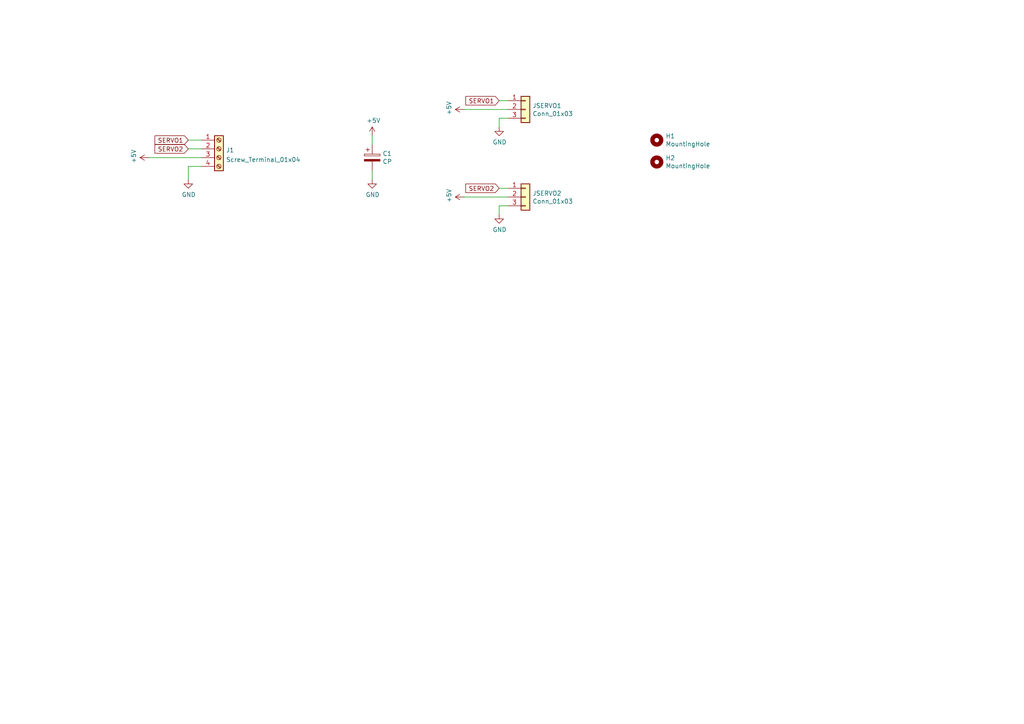
<source format=kicad_sch>
(kicad_sch (version 20211123) (generator eeschema)

  (uuid 9a9f2d82-f64d-4264-8bec-c182528fc4de)

  (paper "A4")

  (lib_symbols
    (symbol "Connector:Screw_Terminal_01x04" (pin_names (offset 1.016) hide) (in_bom yes) (on_board yes)
      (property "Reference" "J" (id 0) (at 0 5.08 0)
        (effects (font (size 1.27 1.27)))
      )
      (property "Value" "Screw_Terminal_01x04" (id 1) (at 0 -7.62 0)
        (effects (font (size 1.27 1.27)))
      )
      (property "Footprint" "" (id 2) (at 0 0 0)
        (effects (font (size 1.27 1.27)) hide)
      )
      (property "Datasheet" "~" (id 3) (at 0 0 0)
        (effects (font (size 1.27 1.27)) hide)
      )
      (property "ki_keywords" "screw terminal" (id 4) (at 0 0 0)
        (effects (font (size 1.27 1.27)) hide)
      )
      (property "ki_description" "Generic screw terminal, single row, 01x04, script generated (kicad-library-utils/schlib/autogen/connector/)" (id 5) (at 0 0 0)
        (effects (font (size 1.27 1.27)) hide)
      )
      (property "ki_fp_filters" "TerminalBlock*:*" (id 6) (at 0 0 0)
        (effects (font (size 1.27 1.27)) hide)
      )
      (symbol "Screw_Terminal_01x04_1_1"
        (rectangle (start -1.27 3.81) (end 1.27 -6.35)
          (stroke (width 0.254) (type default) (color 0 0 0 0))
          (fill (type background))
        )
        (circle (center 0 -5.08) (radius 0.635)
          (stroke (width 0.1524) (type default) (color 0 0 0 0))
          (fill (type none))
        )
        (circle (center 0 -2.54) (radius 0.635)
          (stroke (width 0.1524) (type default) (color 0 0 0 0))
          (fill (type none))
        )
        (polyline
          (pts
            (xy -0.5334 -4.7498)
            (xy 0.3302 -5.588)
          )
          (stroke (width 0.1524) (type default) (color 0 0 0 0))
          (fill (type none))
        )
        (polyline
          (pts
            (xy -0.5334 -2.2098)
            (xy 0.3302 -3.048)
          )
          (stroke (width 0.1524) (type default) (color 0 0 0 0))
          (fill (type none))
        )
        (polyline
          (pts
            (xy -0.5334 0.3302)
            (xy 0.3302 -0.508)
          )
          (stroke (width 0.1524) (type default) (color 0 0 0 0))
          (fill (type none))
        )
        (polyline
          (pts
            (xy -0.5334 2.8702)
            (xy 0.3302 2.032)
          )
          (stroke (width 0.1524) (type default) (color 0 0 0 0))
          (fill (type none))
        )
        (polyline
          (pts
            (xy -0.3556 -4.572)
            (xy 0.508 -5.4102)
          )
          (stroke (width 0.1524) (type default) (color 0 0 0 0))
          (fill (type none))
        )
        (polyline
          (pts
            (xy -0.3556 -2.032)
            (xy 0.508 -2.8702)
          )
          (stroke (width 0.1524) (type default) (color 0 0 0 0))
          (fill (type none))
        )
        (polyline
          (pts
            (xy -0.3556 0.508)
            (xy 0.508 -0.3302)
          )
          (stroke (width 0.1524) (type default) (color 0 0 0 0))
          (fill (type none))
        )
        (polyline
          (pts
            (xy -0.3556 3.048)
            (xy 0.508 2.2098)
          )
          (stroke (width 0.1524) (type default) (color 0 0 0 0))
          (fill (type none))
        )
        (circle (center 0 0) (radius 0.635)
          (stroke (width 0.1524) (type default) (color 0 0 0 0))
          (fill (type none))
        )
        (circle (center 0 2.54) (radius 0.635)
          (stroke (width 0.1524) (type default) (color 0 0 0 0))
          (fill (type none))
        )
        (pin passive line (at -5.08 2.54 0) (length 3.81)
          (name "Pin_1" (effects (font (size 1.27 1.27))))
          (number "1" (effects (font (size 1.27 1.27))))
        )
        (pin passive line (at -5.08 0 0) (length 3.81)
          (name "Pin_2" (effects (font (size 1.27 1.27))))
          (number "2" (effects (font (size 1.27 1.27))))
        )
        (pin passive line (at -5.08 -2.54 0) (length 3.81)
          (name "Pin_3" (effects (font (size 1.27 1.27))))
          (number "3" (effects (font (size 1.27 1.27))))
        )
        (pin passive line (at -5.08 -5.08 0) (length 3.81)
          (name "Pin_4" (effects (font (size 1.27 1.27))))
          (number "4" (effects (font (size 1.27 1.27))))
        )
      )
    )
    (symbol "Connector_Generic:Conn_01x03" (pin_names (offset 1.016) hide) (in_bom yes) (on_board yes)
      (property "Reference" "J" (id 0) (at 0 5.08 0)
        (effects (font (size 1.27 1.27)))
      )
      (property "Value" "Conn_01x03" (id 1) (at 0 -5.08 0)
        (effects (font (size 1.27 1.27)))
      )
      (property "Footprint" "" (id 2) (at 0 0 0)
        (effects (font (size 1.27 1.27)) hide)
      )
      (property "Datasheet" "~" (id 3) (at 0 0 0)
        (effects (font (size 1.27 1.27)) hide)
      )
      (property "ki_keywords" "connector" (id 4) (at 0 0 0)
        (effects (font (size 1.27 1.27)) hide)
      )
      (property "ki_description" "Generic connector, single row, 01x03, script generated (kicad-library-utils/schlib/autogen/connector/)" (id 5) (at 0 0 0)
        (effects (font (size 1.27 1.27)) hide)
      )
      (property "ki_fp_filters" "Connector*:*_1x??_*" (id 6) (at 0 0 0)
        (effects (font (size 1.27 1.27)) hide)
      )
      (symbol "Conn_01x03_1_1"
        (rectangle (start -1.27 -2.413) (end 0 -2.667)
          (stroke (width 0.1524) (type default) (color 0 0 0 0))
          (fill (type none))
        )
        (rectangle (start -1.27 0.127) (end 0 -0.127)
          (stroke (width 0.1524) (type default) (color 0 0 0 0))
          (fill (type none))
        )
        (rectangle (start -1.27 2.667) (end 0 2.413)
          (stroke (width 0.1524) (type default) (color 0 0 0 0))
          (fill (type none))
        )
        (rectangle (start -1.27 3.81) (end 1.27 -3.81)
          (stroke (width 0.254) (type default) (color 0 0 0 0))
          (fill (type background))
        )
        (pin passive line (at -5.08 2.54 0) (length 3.81)
          (name "Pin_1" (effects (font (size 1.27 1.27))))
          (number "1" (effects (font (size 1.27 1.27))))
        )
        (pin passive line (at -5.08 0 0) (length 3.81)
          (name "Pin_2" (effects (font (size 1.27 1.27))))
          (number "2" (effects (font (size 1.27 1.27))))
        )
        (pin passive line (at -5.08 -2.54 0) (length 3.81)
          (name "Pin_3" (effects (font (size 1.27 1.27))))
          (number "3" (effects (font (size 1.27 1.27))))
        )
      )
    )
    (symbol "Device:CP" (pin_numbers hide) (pin_names (offset 0.254)) (in_bom yes) (on_board yes)
      (property "Reference" "C" (id 0) (at 0.635 2.54 0)
        (effects (font (size 1.27 1.27)) (justify left))
      )
      (property "Value" "Device_CP" (id 1) (at 0.635 -2.54 0)
        (effects (font (size 1.27 1.27)) (justify left))
      )
      (property "Footprint" "" (id 2) (at 0.9652 -3.81 0)
        (effects (font (size 1.27 1.27)) hide)
      )
      (property "Datasheet" "" (id 3) (at 0 0 0)
        (effects (font (size 1.27 1.27)) hide)
      )
      (property "ki_fp_filters" "CP_*" (id 4) (at 0 0 0)
        (effects (font (size 1.27 1.27)) hide)
      )
      (symbol "CP_0_1"
        (rectangle (start -2.286 0.508) (end 2.286 1.016)
          (stroke (width 0) (type default) (color 0 0 0 0))
          (fill (type none))
        )
        (polyline
          (pts
            (xy -1.778 2.286)
            (xy -0.762 2.286)
          )
          (stroke (width 0) (type default) (color 0 0 0 0))
          (fill (type none))
        )
        (polyline
          (pts
            (xy -1.27 2.794)
            (xy -1.27 1.778)
          )
          (stroke (width 0) (type default) (color 0 0 0 0))
          (fill (type none))
        )
        (rectangle (start 2.286 -0.508) (end -2.286 -1.016)
          (stroke (width 0) (type default) (color 0 0 0 0))
          (fill (type outline))
        )
      )
      (symbol "CP_1_1"
        (pin passive line (at 0 3.81 270) (length 2.794)
          (name "~" (effects (font (size 1.27 1.27))))
          (number "1" (effects (font (size 1.27 1.27))))
        )
        (pin passive line (at 0 -3.81 90) (length 2.794)
          (name "~" (effects (font (size 1.27 1.27))))
          (number "2" (effects (font (size 1.27 1.27))))
        )
      )
    )
    (symbol "Mechanical:MountingHole" (pin_names (offset 1.016)) (in_bom yes) (on_board yes)
      (property "Reference" "H" (id 0) (at 0 5.08 0)
        (effects (font (size 1.27 1.27)))
      )
      (property "Value" "MountingHole" (id 1) (at 0 3.175 0)
        (effects (font (size 1.27 1.27)))
      )
      (property "Footprint" "" (id 2) (at 0 0 0)
        (effects (font (size 1.27 1.27)) hide)
      )
      (property "Datasheet" "~" (id 3) (at 0 0 0)
        (effects (font (size 1.27 1.27)) hide)
      )
      (property "ki_keywords" "mounting hole" (id 4) (at 0 0 0)
        (effects (font (size 1.27 1.27)) hide)
      )
      (property "ki_description" "Mounting Hole without connection" (id 5) (at 0 0 0)
        (effects (font (size 1.27 1.27)) hide)
      )
      (property "ki_fp_filters" "MountingHole*" (id 6) (at 0 0 0)
        (effects (font (size 1.27 1.27)) hide)
      )
      (symbol "MountingHole_0_1"
        (circle (center 0 0) (radius 1.27)
          (stroke (width 1.27) (type default) (color 0 0 0 0))
          (fill (type none))
        )
      )
    )
    (symbol "power:+5V" (power) (pin_names (offset 0)) (in_bom yes) (on_board yes)
      (property "Reference" "#PWR" (id 0) (at 0 -3.81 0)
        (effects (font (size 1.27 1.27)) hide)
      )
      (property "Value" "+5V" (id 1) (at 0 3.556 0)
        (effects (font (size 1.27 1.27)))
      )
      (property "Footprint" "" (id 2) (at 0 0 0)
        (effects (font (size 1.27 1.27)) hide)
      )
      (property "Datasheet" "" (id 3) (at 0 0 0)
        (effects (font (size 1.27 1.27)) hide)
      )
      (property "ki_keywords" "power-flag" (id 4) (at 0 0 0)
        (effects (font (size 1.27 1.27)) hide)
      )
      (property "ki_description" "Power symbol creates a global label with name \"+5V\"" (id 5) (at 0 0 0)
        (effects (font (size 1.27 1.27)) hide)
      )
      (symbol "+5V_0_1"
        (polyline
          (pts
            (xy -0.762 1.27)
            (xy 0 2.54)
          )
          (stroke (width 0) (type default) (color 0 0 0 0))
          (fill (type none))
        )
        (polyline
          (pts
            (xy 0 0)
            (xy 0 2.54)
          )
          (stroke (width 0) (type default) (color 0 0 0 0))
          (fill (type none))
        )
        (polyline
          (pts
            (xy 0 2.54)
            (xy 0.762 1.27)
          )
          (stroke (width 0) (type default) (color 0 0 0 0))
          (fill (type none))
        )
      )
      (symbol "+5V_1_1"
        (pin power_in line (at 0 0 90) (length 0) hide
          (name "+5V" (effects (font (size 1.27 1.27))))
          (number "1" (effects (font (size 1.27 1.27))))
        )
      )
    )
    (symbol "power:GND" (power) (pin_names (offset 0)) (in_bom yes) (on_board yes)
      (property "Reference" "#PWR" (id 0) (at 0 -6.35 0)
        (effects (font (size 1.27 1.27)) hide)
      )
      (property "Value" "GND" (id 1) (at 0 -3.81 0)
        (effects (font (size 1.27 1.27)))
      )
      (property "Footprint" "" (id 2) (at 0 0 0)
        (effects (font (size 1.27 1.27)) hide)
      )
      (property "Datasheet" "" (id 3) (at 0 0 0)
        (effects (font (size 1.27 1.27)) hide)
      )
      (property "ki_keywords" "power-flag" (id 4) (at 0 0 0)
        (effects (font (size 1.27 1.27)) hide)
      )
      (property "ki_description" "Power symbol creates a global label with name \"GND\" , ground" (id 5) (at 0 0 0)
        (effects (font (size 1.27 1.27)) hide)
      )
      (symbol "GND_0_1"
        (polyline
          (pts
            (xy 0 0)
            (xy 0 -1.27)
            (xy 1.27 -1.27)
            (xy 0 -2.54)
            (xy -1.27 -1.27)
            (xy 0 -1.27)
          )
          (stroke (width 0) (type default) (color 0 0 0 0))
          (fill (type none))
        )
      )
      (symbol "GND_1_1"
        (pin power_in line (at 0 0 270) (length 0) hide
          (name "GND" (effects (font (size 1.27 1.27))))
          (number "1" (effects (font (size 1.27 1.27))))
        )
      )
    )
  )


  (wire (pts (xy 43.18 45.72) (xy 58.42 45.72))
    (stroke (width 0) (type default) (color 0 0 0 0))
    (uuid 03593f19-5570-4700-a6fc-afccfe8707d5)
  )
  (wire (pts (xy 144.78 62.23) (xy 144.78 59.69))
    (stroke (width 0) (type default) (color 0 0 0 0))
    (uuid 13abf99d-5265-4779-8973-e94370fd18ff)
  )
  (wire (pts (xy 147.32 54.61) (xy 144.78 54.61))
    (stroke (width 0) (type default) (color 0 0 0 0))
    (uuid 46918595-4a45-48e8-84c0-961b4db7f35f)
  )
  (wire (pts (xy 144.78 34.29) (xy 147.32 34.29))
    (stroke (width 0) (type default) (color 0 0 0 0))
    (uuid 4e3d7c0d-12e3-42f2-b944-e4bcdbbcac2a)
  )
  (wire (pts (xy 107.95 41.91) (xy 107.95 39.37))
    (stroke (width 0) (type default) (color 0 0 0 0))
    (uuid 5cbb5968-dbb5-4b84-864a-ead1cacf75b9)
  )
  (wire (pts (xy 147.32 29.21) (xy 144.78 29.21))
    (stroke (width 0) (type default) (color 0 0 0 0))
    (uuid 6a44418c-7bb4-4e99-8836-57f153c19721)
  )
  (wire (pts (xy 54.61 52.07) (xy 54.61 48.26))
    (stroke (width 0) (type default) (color 0 0 0 0))
    (uuid 80b56359-2153-4dda-a86d-b03bcbcddd6e)
  )
  (wire (pts (xy 54.61 48.26) (xy 58.42 48.26))
    (stroke (width 0) (type default) (color 0 0 0 0))
    (uuid 906f9e27-6dc1-44d8-a7a1-a2c0b57d2fe3)
  )
  (wire (pts (xy 54.61 43.18) (xy 58.42 43.18))
    (stroke (width 0) (type default) (color 0 0 0 0))
    (uuid 94105fe2-f9f2-4de8-9374-51fd52353f3a)
  )
  (wire (pts (xy 54.61 40.64) (xy 58.42 40.64))
    (stroke (width 0) (type default) (color 0 0 0 0))
    (uuid 9b8a11e6-d1cc-4e33-8533-1a80ac452580)
  )
  (wire (pts (xy 144.78 59.69) (xy 147.32 59.69))
    (stroke (width 0) (type default) (color 0 0 0 0))
    (uuid a7520ad3-0f8b-4788-92d4-8ffb277041e6)
  )
  (wire (pts (xy 147.32 57.15) (xy 134.62 57.15))
    (stroke (width 0) (type default) (color 0 0 0 0))
    (uuid a795f1ba-cdd5-4cc5-9a52-08586e982934)
  )
  (wire (pts (xy 147.32 31.75) (xy 134.62 31.75))
    (stroke (width 0) (type default) (color 0 0 0 0))
    (uuid aa02e544-13f5-4cf8-a5f4-3e6cda006090)
  )
  (wire (pts (xy 107.95 52.07) (xy 107.95 49.53))
    (stroke (width 0) (type default) (color 0 0 0 0))
    (uuid afb8e687-4a13-41a1-b8c0-89a749e897fe)
  )
  (wire (pts (xy 144.78 36.83) (xy 144.78 34.29))
    (stroke (width 0) (type default) (color 0 0 0 0))
    (uuid c70d9ef3-bfeb-47e0-a1e1-9aeba3da7864)
  )

  (global_label "SERVO1" (shape input) (at 54.61 40.64 180) (fields_autoplaced)
    (effects (font (size 1.27 1.27)) (justify right))
    (uuid 3172f2e2-18d2-4a80-ae30-5707b3409798)
    (property "Intersheet References" "${INTERSHEET_REFS}" (id 0) (at 0 -2.54 0)
      (effects (font (size 1.27 1.27)) hide)
    )
  )
  (global_label "SERVO2" (shape input) (at 144.78 54.61 180) (fields_autoplaced)
    (effects (font (size 1.27 1.27)) (justify right))
    (uuid 81bbc3ff-3938-49ac-8297-ce2bcc9a42bd)
    (property "Intersheet References" "${INTERSHEET_REFS}" (id 0) (at 0 0 0)
      (effects (font (size 1.27 1.27)) hide)
    )
  )
  (global_label "SERVO2" (shape input) (at 54.61 43.18 180) (fields_autoplaced)
    (effects (font (size 1.27 1.27)) (justify right))
    (uuid b3d08afa-f296-4e3b-8825-73b6331d35bf)
    (property "Intersheet References" "${INTERSHEET_REFS}" (id 0) (at 127 86.36 0)
      (effects (font (size 1.27 1.27)) hide)
    )
  )
  (global_label "SERVO1" (shape input) (at 144.78 29.21 180) (fields_autoplaced)
    (effects (font (size 1.27 1.27)) (justify right))
    (uuid b635b16e-60bb-4b3e-9fc3-47d34eef8381)
    (property "Intersheet References" "${INTERSHEET_REFS}" (id 0) (at 0 0 0)
      (effects (font (size 1.27 1.27)) hide)
    )
  )

  (symbol (lib_id "Connector_Generic:Conn_01x03") (at 152.4 31.75 0) (unit 1)
    (in_bom yes) (on_board yes)
    (uuid 00000000-0000-0000-0000-000062af6b62)
    (property "Reference" "JSERVO1" (id 0) (at 154.432 30.6832 0)
      (effects (font (size 1.27 1.27)) (justify left))
    )
    (property "Value" "Conn_01x03" (id 1) (at 154.432 32.9946 0)
      (effects (font (size 1.27 1.27)) (justify left))
    )
    (property "Footprint" "Pin_Headers:Pin_Header_Straight_1x03_Pitch2.54mm" (id 2) (at 152.4 31.75 0)
      (effects (font (size 1.27 1.27)) hide)
    )
    (property "Datasheet" "~" (id 3) (at 152.4 31.75 0)
      (effects (font (size 1.27 1.27)) hide)
    )
    (pin "1" (uuid 5dddf57a-bdda-455b-9415-c8b9b0899b17))
    (pin "2" (uuid b8ff7cd2-7603-4b4c-87d0-1b12a8e8bedf))
    (pin "3" (uuid b74a5898-3d0d-421f-a76f-ccea34a06ae2))
  )

  (symbol (lib_id "Device:CP") (at 107.95 45.72 0) (unit 1)
    (in_bom yes) (on_board yes)
    (uuid 00000000-0000-0000-0000-000062af78fd)
    (property "Reference" "C1" (id 0) (at 110.9472 44.5516 0)
      (effects (font (size 1.27 1.27)) (justify left))
    )
    (property "Value" "CP" (id 1) (at 110.9472 46.863 0)
      (effects (font (size 1.27 1.27)) (justify left))
    )
    (property "Footprint" "Capacitor_SMD:CP_Elec_8x10" (id 2) (at 108.9152 49.53 0)
      (effects (font (size 1.27 1.27)) hide)
    )
    (property "Datasheet" "~" (id 3) (at 107.95 45.72 0)
      (effects (font (size 1.27 1.27)) hide)
    )
    (pin "1" (uuid 51e0c6e3-e179-4675-afc3-d4353e3f2d8b))
    (pin "2" (uuid 484945e5-b780-49b6-87fa-08eef28a7c11))
  )

  (symbol (lib_id "Mechanical:MountingHole") (at 190.5 40.64 0) (unit 1)
    (in_bom yes) (on_board yes)
    (uuid 00000000-0000-0000-0000-000062af83fd)
    (property "Reference" "H1" (id 0) (at 193.04 39.4716 0)
      (effects (font (size 1.27 1.27)) (justify left))
    )
    (property "Value" "MountingHole" (id 1) (at 193.04 41.783 0)
      (effects (font (size 1.27 1.27)) (justify left))
    )
    (property "Footprint" "Mounting_Holes:MountingHole_3.2mm_M3" (id 2) (at 190.5 40.64 0)
      (effects (font (size 1.27 1.27)) hide)
    )
    (property "Datasheet" "~" (id 3) (at 190.5 40.64 0)
      (effects (font (size 1.27 1.27)) hide)
    )
  )

  (symbol (lib_id "Mechanical:MountingHole") (at 190.5 46.99 0) (unit 1)
    (in_bom yes) (on_board yes)
    (uuid 00000000-0000-0000-0000-000062af89b8)
    (property "Reference" "H2" (id 0) (at 193.04 45.8216 0)
      (effects (font (size 1.27 1.27)) (justify left))
    )
    (property "Value" "MountingHole" (id 1) (at 193.04 48.133 0)
      (effects (font (size 1.27 1.27)) (justify left))
    )
    (property "Footprint" "Mounting_Holes:MountingHole_3.2mm_M3" (id 2) (at 190.5 46.99 0)
      (effects (font (size 1.27 1.27)) hide)
    )
    (property "Datasheet" "~" (id 3) (at 190.5 46.99 0)
      (effects (font (size 1.27 1.27)) hide)
    )
  )

  (symbol (lib_id "power:GND") (at 54.61 52.07 0) (unit 1)
    (in_bom yes) (on_board yes)
    (uuid 00000000-0000-0000-0000-000062afb4af)
    (property "Reference" "#PWR07" (id 0) (at 54.61 58.42 0)
      (effects (font (size 1.27 1.27)) hide)
    )
    (property "Value" "GND" (id 1) (at 54.737 56.4642 0))
    (property "Footprint" "" (id 2) (at 54.61 52.07 0)
      (effects (font (size 1.27 1.27)) hide)
    )
    (property "Datasheet" "" (id 3) (at 54.61 52.07 0)
      (effects (font (size 1.27 1.27)) hide)
    )
    (pin "1" (uuid 3a25ff12-6a2f-4f25-ab5e-e961ec0568e3))
  )

  (symbol (lib_id "power:+5V") (at 43.18 45.72 90) (unit 1)
    (in_bom yes) (on_board yes)
    (uuid 00000000-0000-0000-0000-000062afcb43)
    (property "Reference" "#PWR05" (id 0) (at 46.99 45.72 0)
      (effects (font (size 1.27 1.27)) hide)
    )
    (property "Value" "+5V" (id 1) (at 38.7858 45.339 0))
    (property "Footprint" "" (id 2) (at 43.18 45.72 0)
      (effects (font (size 1.27 1.27)) hide)
    )
    (property "Datasheet" "" (id 3) (at 43.18 45.72 0)
      (effects (font (size 1.27 1.27)) hide)
    )
    (pin "1" (uuid 28857d58-926c-46e6-8325-d0e62495f8da))
  )

  (symbol (lib_id "power:+5V") (at 134.62 31.75 90) (unit 1)
    (in_bom yes) (on_board yes)
    (uuid 00000000-0000-0000-0000-000062b097df)
    (property "Reference" "#PWR01" (id 0) (at 138.43 31.75 0)
      (effects (font (size 1.27 1.27)) hide)
    )
    (property "Value" "+5V" (id 1) (at 130.2258 31.369 0))
    (property "Footprint" "" (id 2) (at 134.62 31.75 0)
      (effects (font (size 1.27 1.27)) hide)
    )
    (property "Datasheet" "" (id 3) (at 134.62 31.75 0)
      (effects (font (size 1.27 1.27)) hide)
    )
    (pin "1" (uuid ad47bbf2-3f06-4e1b-a037-d0ec556dc5e1))
  )

  (symbol (lib_id "power:GND") (at 144.78 36.83 0) (unit 1)
    (in_bom yes) (on_board yes)
    (uuid 00000000-0000-0000-0000-000062b0a1ee)
    (property "Reference" "#PWR02" (id 0) (at 144.78 43.18 0)
      (effects (font (size 1.27 1.27)) hide)
    )
    (property "Value" "GND" (id 1) (at 144.907 41.2242 0))
    (property "Footprint" "" (id 2) (at 144.78 36.83 0)
      (effects (font (size 1.27 1.27)) hide)
    )
    (property "Datasheet" "" (id 3) (at 144.78 36.83 0)
      (effects (font (size 1.27 1.27)) hide)
    )
    (pin "1" (uuid 6da82694-d845-4976-97a5-dbe30f8c7060))
  )

  (symbol (lib_id "Connector_Generic:Conn_01x03") (at 152.4 57.15 0) (unit 1)
    (in_bom yes) (on_board yes)
    (uuid 00000000-0000-0000-0000-000062b0dfa2)
    (property "Reference" "JSERVO2" (id 0) (at 154.432 56.0832 0)
      (effects (font (size 1.27 1.27)) (justify left))
    )
    (property "Value" "Conn_01x03" (id 1) (at 154.432 58.3946 0)
      (effects (font (size 1.27 1.27)) (justify left))
    )
    (property "Footprint" "Pin_Headers:Pin_Header_Straight_1x03_Pitch2.54mm" (id 2) (at 152.4 57.15 0)
      (effects (font (size 1.27 1.27)) hide)
    )
    (property "Datasheet" "~" (id 3) (at 152.4 57.15 0)
      (effects (font (size 1.27 1.27)) hide)
    )
    (pin "1" (uuid 42238af7-44ab-47ba-96cb-6acd7ffd53fd))
    (pin "2" (uuid 9745e385-232e-4a76-a59a-69e5d38190ef))
    (pin "3" (uuid 593dd347-ee2a-4010-815b-6ceeb848270f))
  )

  (symbol (lib_id "power:+5V") (at 134.62 57.15 90) (unit 1)
    (in_bom yes) (on_board yes)
    (uuid 00000000-0000-0000-0000-000062b0e0af)
    (property "Reference" "#PWR09" (id 0) (at 138.43 57.15 0)
      (effects (font (size 1.27 1.27)) hide)
    )
    (property "Value" "+5V" (id 1) (at 130.2258 56.769 0))
    (property "Footprint" "" (id 2) (at 134.62 57.15 0)
      (effects (font (size 1.27 1.27)) hide)
    )
    (property "Datasheet" "" (id 3) (at 134.62 57.15 0)
      (effects (font (size 1.27 1.27)) hide)
    )
    (pin "1" (uuid c6531568-e60a-4b0f-ba17-dfdfc061e5af))
  )

  (symbol (lib_id "power:GND") (at 144.78 62.23 0) (unit 1)
    (in_bom yes) (on_board yes)
    (uuid 00000000-0000-0000-0000-000062b0e0b9)
    (property "Reference" "#PWR010" (id 0) (at 144.78 68.58 0)
      (effects (font (size 1.27 1.27)) hide)
    )
    (property "Value" "GND" (id 1) (at 144.907 66.6242 0))
    (property "Footprint" "" (id 2) (at 144.78 62.23 0)
      (effects (font (size 1.27 1.27)) hide)
    )
    (property "Datasheet" "" (id 3) (at 144.78 62.23 0)
      (effects (font (size 1.27 1.27)) hide)
    )
    (pin "1" (uuid 01c85f69-5639-4a22-a99d-9181d8b63441))
  )

  (symbol (lib_id "power:+5V") (at 107.95 39.37 0) (unit 1)
    (in_bom yes) (on_board yes)
    (uuid 00000000-0000-0000-0000-000062b183a6)
    (property "Reference" "#PWR03" (id 0) (at 107.95 43.18 0)
      (effects (font (size 1.27 1.27)) hide)
    )
    (property "Value" "+5V" (id 1) (at 108.331 34.9758 0))
    (property "Footprint" "" (id 2) (at 107.95 39.37 0)
      (effects (font (size 1.27 1.27)) hide)
    )
    (property "Datasheet" "" (id 3) (at 107.95 39.37 0)
      (effects (font (size 1.27 1.27)) hide)
    )
    (pin "1" (uuid 9e1b201d-7104-43c1-891f-9028cd2456da))
  )

  (symbol (lib_id "power:GND") (at 107.95 52.07 0) (unit 1)
    (in_bom yes) (on_board yes)
    (uuid 00000000-0000-0000-0000-000062b189b8)
    (property "Reference" "#PWR08" (id 0) (at 107.95 58.42 0)
      (effects (font (size 1.27 1.27)) hide)
    )
    (property "Value" "GND" (id 1) (at 108.077 56.4642 0))
    (property "Footprint" "" (id 2) (at 107.95 52.07 0)
      (effects (font (size 1.27 1.27)) hide)
    )
    (property "Datasheet" "" (id 3) (at 107.95 52.07 0)
      (effects (font (size 1.27 1.27)) hide)
    )
    (pin "1" (uuid e3654f8a-d2a1-4099-8390-e11f7f3b4cf5))
  )

  (symbol (lib_id "Connector:Screw_Terminal_01x04") (at 63.5 43.18 0) (unit 1)
    (in_bom yes) (on_board yes) (fields_autoplaced)
    (uuid a0c2ed19-a636-40a2-8970-6e4539968ab6)
    (property "Reference" "J1" (id 0) (at 65.532 43.5415 0)
      (effects (font (size 1.27 1.27)) (justify left))
    )
    (property "Value" "Screw_Terminal_01x04" (id 1) (at 65.532 46.3166 0)
      (effects (font (size 1.27 1.27)) (justify left))
    )
    (property "Footprint" "Connector_PinHeader_2.54mm:PinHeader_1x04_P2.54mm_Vertical" (id 2) (at 63.5 43.18 0)
      (effects (font (size 1.27 1.27)) hide)
    )
    (property "Datasheet" "~" (id 3) (at 63.5 43.18 0)
      (effects (font (size 1.27 1.27)) hide)
    )
    (pin "1" (uuid fdfc3f0a-437f-4206-b6a3-f5ef59d15f6b))
    (pin "2" (uuid f3da0bc5-1aa4-426f-a5c9-c36485bc6e0e))
    (pin "3" (uuid 1b9443a3-51ba-4b98-961a-84902a38a4f3))
    (pin "4" (uuid 0635105a-4279-41fa-8671-05374d9628ac))
  )

  (sheet_instances
    (path "/" (page "1"))
  )

  (symbol_instances
    (path "/00000000-0000-0000-0000-000062b097df"
      (reference "#PWR01") (unit 1) (value "+5V") (footprint "")
    )
    (path "/00000000-0000-0000-0000-000062b0a1ee"
      (reference "#PWR02") (unit 1) (value "GND") (footprint "")
    )
    (path "/00000000-0000-0000-0000-000062b183a6"
      (reference "#PWR03") (unit 1) (value "+5V") (footprint "")
    )
    (path "/00000000-0000-0000-0000-000062afcb43"
      (reference "#PWR05") (unit 1) (value "+5V") (footprint "")
    )
    (path "/00000000-0000-0000-0000-000062afb4af"
      (reference "#PWR07") (unit 1) (value "GND") (footprint "")
    )
    (path "/00000000-0000-0000-0000-000062b189b8"
      (reference "#PWR08") (unit 1) (value "GND") (footprint "")
    )
    (path "/00000000-0000-0000-0000-000062b0e0af"
      (reference "#PWR09") (unit 1) (value "+5V") (footprint "")
    )
    (path "/00000000-0000-0000-0000-000062b0e0b9"
      (reference "#PWR010") (unit 1) (value "GND") (footprint "")
    )
    (path "/00000000-0000-0000-0000-000062af78fd"
      (reference "C1") (unit 1) (value "CP") (footprint "Capacitor_SMD:CP_Elec_8x10")
    )
    (path "/00000000-0000-0000-0000-000062af83fd"
      (reference "H1") (unit 1) (value "MountingHole") (footprint "Mounting_Holes:MountingHole_3.2mm_M3")
    )
    (path "/00000000-0000-0000-0000-000062af89b8"
      (reference "H2") (unit 1) (value "MountingHole") (footprint "Mounting_Holes:MountingHole_3.2mm_M3")
    )
    (path "/a0c2ed19-a636-40a2-8970-6e4539968ab6"
      (reference "J1") (unit 1) (value "Screw_Terminal_01x04") (footprint "Connector_PinHeader_2.54mm:PinHeader_1x04_P2.54mm_Vertical")
    )
    (path "/00000000-0000-0000-0000-000062af6b62"
      (reference "JSERVO1") (unit 1) (value "Conn_01x03") (footprint "Pin_Headers:Pin_Header_Straight_1x03_Pitch2.54mm")
    )
    (path "/00000000-0000-0000-0000-000062b0dfa2"
      (reference "JSERVO2") (unit 1) (value "Conn_01x03") (footprint "Pin_Headers:Pin_Header_Straight_1x03_Pitch2.54mm")
    )
  )
)

</source>
